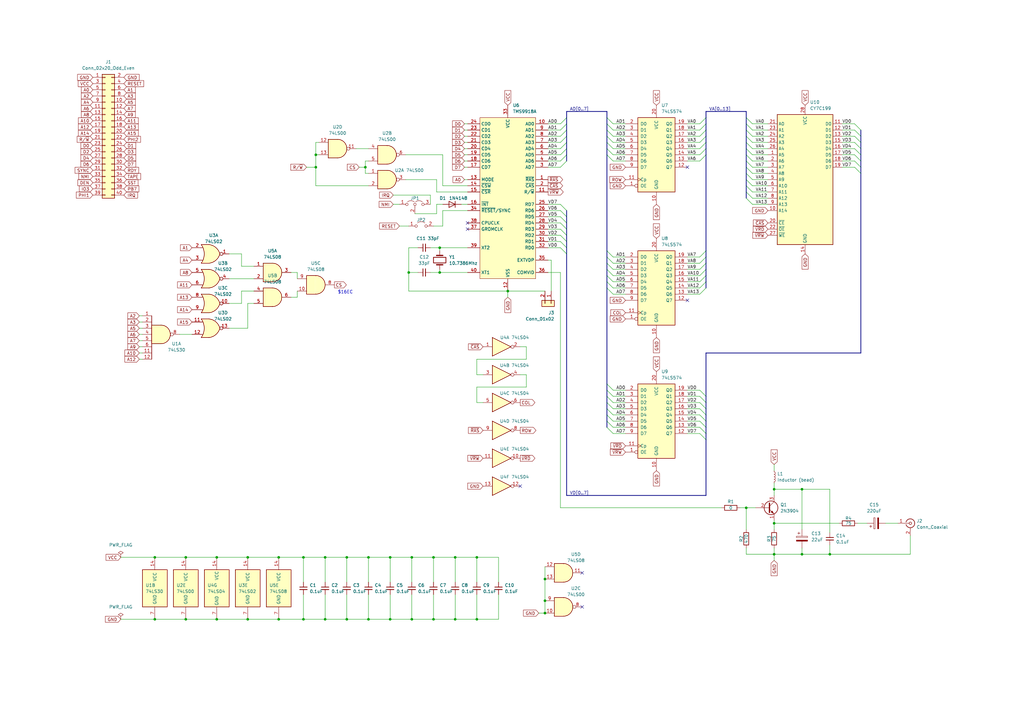
<source format=kicad_sch>
(kicad_sch (version 20211123) (generator eeschema)
  (paper "A3")
  (title_block (title "PAL-1 Colour Graphics Card") (date "Oct 2022") (rev "1.0A") (company "Plastic Objects Limited"))
  (junction (at 142.24 228.6))
  (junction (at 340.36 227.33))
  (junction (at 223.52 251.46))
  (junction (at 328.93 227.33))
  (junction (at 186.69 228.6))
  (junction (at 167.64 111.76))
  (junction (at 133.35 228.6))
  (junction (at 114.3 228.6))
  (junction (at 151.13 254))
  (junction (at 76.2 228.6))
  (junction (at 151.13 228.6))
  (junction (at 129.54 63.5))
  (junction (at 317.5 227.33))
  (junction (at 124.46 228.6))
  (junction (at 168.91 254))
  (junction (at 328.93 200.66))
  (junction (at 180.34 101.6))
  (junction (at 63.5 254))
  (junction (at 129.54 68.58))
  (junction (at 149.86 68.58))
  (junction (at 76.2 254))
  (junction (at 195.58 228.6))
  (junction (at 160.02 228.6))
  (junction (at 160.02 254))
  (junction (at 186.69 254))
  (junction (at 133.35 254))
  (junction (at 88.9 254))
  (junction (at 114.3 254))
  (junction (at 317.5 214.63))
  (junction (at 223.52 237.49))
  (junction (at 195.58 254))
  (junction (at 223.52 246.38))
  (junction (at 124.46 254))
  (junction (at 306.07 208.28))
  (junction (at 101.6 228.6))
  (junction (at 177.8 254))
  (junction (at 208.28 119.38))
  (junction (at 101.6 254))
  (junction (at 142.24 254))
  (junction (at 63.5 228.6))
  (junction (at 168.91 228.6))
  (junction (at 180.34 111.76))
  (junction (at 88.9 228.6))
  (junction (at 317.5 200.66))
  (junction (at 177.8 228.6))
  (no_connect (at 238.76 234.95))
  (no_connect (at 281.94 68.58))
  (no_connect (at 213.36 199.39))
  (no_connect (at 281.94 123.19))
  (no_connect (at 238.76 248.92))
  (no_connect (at 191.77 91.44))
  (no_connect (at 191.77 93.98))
  (bus_entry (at 248.92 170.18) (size 2.54 2.54))
  (bus_entry (at 229.87 93.98) (size 2.54 2.54))
  (bus_entry (at 248.92 48.26) (size 2.54 2.54))
  (bus_entry (at 306.07 81.28) (size 2.54 2.54))
  (bus_entry (at 251.46 118.11) (size -2.54 -2.54))
  (bus_entry (at 306.07 66.04) (size 2.54 2.54))
  (bus_entry (at 350.52 63.5) (size 2.54 2.54))
  (bus_entry (at 229.87 88.9) (size 2.54 2.54))
  (bus_entry (at 287.02 162.56) (size 2.54 2.54))
  (bus_entry (at 306.07 76.2) (size 2.54 2.54))
  (bus_entry (at 248.92 50.8) (size 2.54 2.54))
  (bus_entry (at 248.92 157.48) (size 2.54 2.54))
  (bus_entry (at 248.92 160.02) (size 2.54 2.54))
  (bus_entry (at 306.07 48.26) (size 2.54 2.54))
  (bus_entry (at 306.07 50.8) (size 2.54 2.54))
  (bus_entry (at 248.92 60.96) (size 2.54 2.54))
  (bus_entry (at 229.87 86.36) (size 2.54 2.54))
  (bus_entry (at 251.46 115.57) (size -2.54 -2.54))
  (bus_entry (at 251.46 105.41) (size -2.54 -2.54))
  (bus_entry (at 350.52 55.88) (size 2.54 2.54))
  (bus_entry (at 306.07 60.96) (size 2.54 2.54))
  (bus_entry (at 229.87 53.34) (size 2.54 -2.54))
  (bus_entry (at 287.02 63.5) (size 2.54 -2.54))
  (bus_entry (at 229.87 55.88) (size 2.54 -2.54))
  (bus_entry (at 229.87 96.52) (size 2.54 2.54))
  (bus_entry (at 251.46 113.03) (size -2.54 -2.54))
  (bus_entry (at 229.87 58.42) (size 2.54 -2.54))
  (bus_entry (at 248.92 58.42) (size 2.54 2.54))
  (bus_entry (at 287.02 177.8) (size 2.54 2.54))
  (bus_entry (at 306.07 73.66) (size 2.54 2.54))
  (bus_entry (at 287.02 60.96) (size 2.54 -2.54))
  (bus_entry (at 306.07 55.88) (size 2.54 2.54))
  (bus_entry (at 306.07 53.34) (size 2.54 2.54))
  (bus_entry (at 350.52 53.34) (size 2.54 2.54))
  (bus_entry (at 306.07 58.42) (size 2.54 2.54))
  (bus_entry (at 248.92 162.56) (size 2.54 2.54))
  (bus_entry (at 350.52 50.8) (size 2.54 2.54))
  (bus_entry (at 229.87 83.82) (size 2.54 2.54))
  (bus_entry (at 287.02 165.1) (size 2.54 2.54))
  (bus_entry (at 350.52 58.42) (size 2.54 2.54))
  (bus_entry (at 248.92 172.72) (size 2.54 2.54))
  (bus_entry (at 287.02 120.65) (size 2.54 -2.54))
  (bus_entry (at 229.87 50.8) (size 2.54 -2.54))
  (bus_entry (at 248.92 55.88) (size 2.54 2.54))
  (bus_entry (at 350.52 68.58) (size 2.54 2.54))
  (bus_entry (at 350.52 66.04) (size 2.54 2.54))
  (bus_entry (at 229.87 63.5) (size 2.54 -2.54))
  (bus_entry (at 306.07 68.58) (size 2.54 2.54))
  (bus_entry (at 287.02 53.34) (size 2.54 -2.54))
  (bus_entry (at 287.02 118.11) (size 2.54 -2.54))
  (bus_entry (at 287.02 107.95) (size 2.54 -2.54))
  (bus_entry (at 287.02 170.18) (size 2.54 2.54))
  (bus_entry (at 229.87 99.06) (size 2.54 2.54))
  (bus_entry (at 287.02 172.72) (size 2.54 2.54))
  (bus_entry (at 287.02 110.49) (size 2.54 -2.54))
  (bus_entry (at 287.02 66.04) (size 2.54 -2.54))
  (bus_entry (at 229.87 101.6) (size 2.54 2.54))
  (bus_entry (at 287.02 105.41) (size 2.54 -2.54))
  (bus_entry (at 287.02 58.42) (size 2.54 -2.54))
  (bus_entry (at 251.46 110.49) (size -2.54 -2.54))
  (bus_entry (at 248.92 167.64) (size 2.54 2.54))
  (bus_entry (at 287.02 50.8) (size 2.54 -2.54))
  (bus_entry (at 287.02 175.26) (size 2.54 2.54))
  (bus_entry (at 287.02 160.02) (size 2.54 2.54))
  (bus_entry (at 248.92 63.5) (size 2.54 2.54))
  (bus_entry (at 306.07 78.74) (size 2.54 2.54))
  (bus_entry (at 248.92 53.34) (size 2.54 2.54))
  (bus_entry (at 229.87 68.58) (size 2.54 -2.54))
  (bus_entry (at 229.87 91.44) (size 2.54 2.54))
  (bus_entry (at 251.46 107.95) (size -2.54 -2.54))
  (bus_entry (at 251.46 120.65) (size -2.54 -2.54))
  (bus_entry (at 229.87 66.04) (size 2.54 -2.54))
  (bus_entry (at 287.02 167.64) (size 2.54 2.54))
  (bus_entry (at 287.02 113.03) (size 2.54 -2.54))
  (bus_entry (at 229.87 60.96) (size 2.54 -2.54))
  (bus_entry (at 306.07 63.5) (size 2.54 2.54))
  (bus_entry (at 248.92 165.1) (size 2.54 2.54))
  (bus_entry (at 306.07 71.12) (size 2.54 2.54))
  (bus_entry (at 350.52 60.96) (size 2.54 2.54))
  (bus_entry (at 248.92 175.26) (size 2.54 2.54))
  (bus_entry (at 287.02 55.88) (size 2.54 -2.54))
  (bus_entry (at 287.02 115.57) (size 2.54 -2.54))
  (wire (pts (xy 114.3 254) (xy 124.46 254)))
  (wire (pts (xy 168.91 228.6) (xy 177.8 228.6)))
  (wire (pts (xy 167.64 101.6) (xy 167.64 111.76)))
  (bus (pts (xy 248.92 160.02) (xy 248.92 162.56)))
  (wire (pts (xy 340.36 227.33) (xy 373.38 227.33)))
  (bus (pts (xy 306.07 50.8) (xy 306.07 48.26)))
  (wire (pts (xy 224.79 66.04) (xy 229.87 66.04)))
  (bus (pts (xy 232.41 63.5) (xy 232.41 60.96)))
  (wire (pts (xy 160.02 228.6) (xy 168.91 228.6)))
  (wire (pts (xy 308.61 81.28) (xy 314.96 81.28)))
  (bus (pts (xy 248.92 48.26) (xy 248.92 50.8)))
  (wire (pts (xy 104.14 124.46) (xy 101.6 124.46)))
  (bus (pts (xy 306.07 60.96) (xy 306.07 58.42)))
  (wire (pts (xy 281.94 105.41) (xy 287.02 105.41)))
  (wire (pts (xy 328.93 200.66) (xy 328.93 217.17)))
  (bus (pts (xy 232.41 53.34) (xy 232.41 50.8)))
  (wire (pts (xy 142.24 228.6) (xy 151.13 228.6)))
  (wire (pts (xy 224.79 111.76) (xy 229.87 111.76)))
  (wire (pts (xy 195.58 243.84) (xy 195.58 254)))
  (wire (pts (xy 160.02 228.6) (xy 160.02 238.76)))
  (wire (pts (xy 121.92 111.76) (xy 121.92 114.3)))
  (bus (pts (xy 289.56 48.26) (xy 289.56 50.8)))
  (wire (pts (xy 149.86 68.58) (xy 149.86 71.12)))
  (wire (pts (xy 57.15 139.7) (xy 58.42 139.7)))
  (wire (pts (xy 223.52 246.38) (xy 223.52 251.46)))
  (wire (pts (xy 204.47 243.84) (xy 204.47 254)))
  (wire (pts (xy 99.06 119.38) (xy 104.14 119.38)))
  (wire (pts (xy 345.44 60.96) (xy 350.52 60.96)))
  (wire (pts (xy 251.46 66.04) (xy 256.54 66.04)))
  (bus (pts (xy 289.56 58.42) (xy 289.56 60.96)))
  (wire (pts (xy 213.36 142.24) (xy 215.9 142.24)))
  (bus (pts (xy 248.92 170.18) (xy 248.92 172.72)))
  (bus (pts (xy 306.07 68.58) (xy 306.07 66.04)))
  (wire (pts (xy 281.94 167.64) (xy 287.02 167.64)))
  (wire (pts (xy 176.53 83.82) (xy 176.53 80.01)))
  (bus (pts (xy 248.92 45.72) (xy 248.92 48.26)))
  (wire (pts (xy 195.58 254) (xy 204.47 254)))
  (wire (pts (xy 181.61 63.5) (xy 166.37 63.5)))
  (wire (pts (xy 229.87 111.76) (xy 229.87 208.28)))
  (bus (pts (xy 289.56 53.34) (xy 289.56 55.88)))
  (wire (pts (xy 180.34 111.76) (xy 191.77 111.76)))
  (wire (pts (xy 191.77 86.36) (xy 181.61 86.36)))
  (bus (pts (xy 353.06 63.5) (xy 353.06 66.04)))
  (bus (pts (xy 248.92 50.8) (xy 248.92 53.34)))
  (bus (pts (xy 289.56 167.64) (xy 289.56 170.18)))
  (bus (pts (xy 289.56 170.18) (xy 289.56 172.72)))
  (bus (pts (xy 289.56 172.72) (xy 289.56 175.26)))
  (wire (pts (xy 176.53 101.6) (xy 180.34 101.6)))
  (wire (pts (xy 190.5 63.5) (xy 191.77 63.5)))
  (wire (pts (xy 215.9 153.67) (xy 215.9 158.75)))
  (wire (pts (xy 345.44 53.34) (xy 350.52 53.34)))
  (wire (pts (xy 167.64 111.76) (xy 167.64 119.38)))
  (bus (pts (xy 289.56 165.1) (xy 289.56 167.64)))
  (bus (pts (xy 289.56 162.56) (xy 289.56 165.1)))
  (wire (pts (xy 281.94 55.88) (xy 287.02 55.88)))
  (wire (pts (xy 251.46 63.5) (xy 256.54 63.5)))
  (wire (pts (xy 281.94 63.5) (xy 287.02 63.5)))
  (bus (pts (xy 289.56 50.8) (xy 289.56 53.34)))
  (wire (pts (xy 181.61 92.71) (xy 177.8 92.71)))
  (wire (pts (xy 190.5 73.66) (xy 191.77 73.66)))
  (wire (pts (xy 57.15 142.24) (xy 58.42 142.24)))
  (bus (pts (xy 248.92 53.34) (xy 248.92 55.88)))
  (wire (pts (xy 281.94 162.56) (xy 287.02 162.56)))
  (wire (pts (xy 317.5 227.33) (xy 317.5 229.87)))
  (wire (pts (xy 167.64 119.38) (xy 208.28 119.38)))
  (wire (pts (xy 129.54 63.5) (xy 129.54 68.58)))
  (wire (pts (xy 251.46 162.56) (xy 256.54 162.56)))
  (wire (pts (xy 224.79 55.88) (xy 229.87 55.88)))
  (bus (pts (xy 232.41 60.96) (xy 232.41 58.42)))
  (wire (pts (xy 317.5 214.63) (xy 344.17 214.63)))
  (bus (pts (xy 306.07 48.26) (xy 306.07 45.72)))
  (wire (pts (xy 281.94 177.8) (xy 287.02 177.8)))
  (wire (pts (xy 121.92 121.92) (xy 121.92 119.38)))
  (wire (pts (xy 251.46 55.88) (xy 256.54 55.88)))
  (wire (pts (xy 281.94 110.49) (xy 287.02 110.49)))
  (wire (pts (xy 328.93 200.66) (xy 340.36 200.66)))
  (wire (pts (xy 151.13 254) (xy 160.02 254)))
  (bus (pts (xy 248.92 105.41) (xy 248.92 107.95)))
  (wire (pts (xy 179.07 83.82) (xy 179.07 87.63)))
  (wire (pts (xy 215.9 147.32) (xy 195.58 147.32)))
  (wire (pts (xy 99.06 104.14) (xy 99.06 109.22)))
  (wire (pts (xy 151.13 243.84) (xy 151.13 254)))
  (bus (pts (xy 353.06 68.58) (xy 353.06 71.12)))
  (bus (pts (xy 248.92 115.57) (xy 248.92 118.11)))
  (wire (pts (xy 177.8 238.76) (xy 177.8 228.6)))
  (wire (pts (xy 306.07 227.33) (xy 317.5 227.33)))
  (bus (pts (xy 232.41 45.72) (xy 248.92 45.72)))
  (wire (pts (xy 251.46 118.11) (xy 256.54 118.11)))
  (wire (pts (xy 340.36 227.33) (xy 340.36 223.52)))
  (wire (pts (xy 186.69 254) (xy 195.58 254)))
  (wire (pts (xy 99.06 109.22) (xy 104.14 109.22)))
  (bus (pts (xy 248.92 165.1) (xy 248.92 167.64)))
  (wire (pts (xy 168.91 243.84) (xy 168.91 254)))
  (wire (pts (xy 119.38 111.76) (xy 121.92 111.76)))
  (bus (pts (xy 232.41 96.52) (xy 232.41 99.06)))
  (wire (pts (xy 363.22 214.63) (xy 368.3 214.63)))
  (wire (pts (xy 281.94 175.26) (xy 287.02 175.26)))
  (bus (pts (xy 248.92 162.56) (xy 248.92 165.1)))
  (wire (pts (xy 73.66 137.16) (xy 78.74 137.16)))
  (wire (pts (xy 308.61 60.96) (xy 314.96 60.96)))
  (bus (pts (xy 232.41 91.44) (xy 232.41 93.98)))
  (bus (pts (xy 306.07 45.72) (xy 289.56 45.72)))
  (wire (pts (xy 224.79 93.98) (xy 229.87 93.98)))
  (wire (pts (xy 146.05 60.96) (xy 151.13 60.96)))
  (wire (pts (xy 181.61 76.2) (xy 181.61 63.5)))
  (wire (pts (xy 57.15 134.62) (xy 58.42 134.62)))
  (bus (pts (xy 248.92 107.95) (xy 248.92 110.49)))
  (wire (pts (xy 224.79 53.34) (xy 229.87 53.34)))
  (wire (pts (xy 251.46 113.03) (xy 256.54 113.03)))
  (bus (pts (xy 232.41 99.06) (xy 232.41 101.6)))
  (bus (pts (xy 289.56 177.8) (xy 289.56 180.34)))
  (bus (pts (xy 306.07 53.34) (xy 306.07 50.8)))
  (wire (pts (xy 177.8 228.6) (xy 186.69 228.6)))
  (bus (pts (xy 289.56 113.03) (xy 289.56 115.57)))
  (wire (pts (xy 179.07 73.66) (xy 179.07 78.74)))
  (wire (pts (xy 129.54 58.42) (xy 130.81 58.42)))
  (wire (pts (xy 308.61 68.58) (xy 314.96 68.58)))
  (wire (pts (xy 166.37 73.66) (xy 179.07 73.66)))
  (bus (pts (xy 353.06 55.88) (xy 353.06 58.42)))
  (wire (pts (xy 180.34 101.6) (xy 191.77 101.6)))
  (wire (pts (xy 251.46 165.1) (xy 256.54 165.1)))
  (bus (pts (xy 289.56 115.57) (xy 289.56 118.11)))
  (wire (pts (xy 88.9 228.6) (xy 101.6 228.6)))
  (wire (pts (xy 160.02 243.84) (xy 160.02 254)))
  (wire (pts (xy 163.83 92.71) (xy 167.64 92.71)))
  (wire (pts (xy 177.8 254) (xy 186.69 254)))
  (wire (pts (xy 180.34 102.87) (xy 180.34 101.6)))
  (wire (pts (xy 101.6 254) (xy 88.9 254)))
  (wire (pts (xy 142.24 243.84) (xy 142.24 254)))
  (wire (pts (xy 190.5 53.34) (xy 191.77 53.34)))
  (wire (pts (xy 308.61 63.5) (xy 314.96 63.5)))
  (wire (pts (xy 186.69 243.84) (xy 186.69 254)))
  (bus (pts (xy 353.06 53.34) (xy 353.06 55.88)))
  (wire (pts (xy 88.9 254) (xy 76.2 254)))
  (wire (pts (xy 171.45 101.6) (xy 167.64 101.6)))
  (wire (pts (xy 308.61 71.12) (xy 314.96 71.12)))
  (wire (pts (xy 281.94 118.11) (xy 287.02 118.11)))
  (wire (pts (xy 161.29 83.82) (xy 163.83 83.82)))
  (wire (pts (xy 308.61 78.74) (xy 314.96 78.74)))
  (wire (pts (xy 189.23 83.82) (xy 191.77 83.82)))
  (bus (pts (xy 353.06 71.12) (xy 353.06 144.78)))
  (wire (pts (xy 223.52 232.41) (xy 223.52 237.49)))
  (wire (pts (xy 281.94 170.18) (xy 287.02 170.18)))
  (bus (pts (xy 232.41 55.88) (xy 232.41 53.34)))
  (wire (pts (xy 373.38 227.33) (xy 373.38 219.71)))
  (bus (pts (xy 232.41 88.9) (xy 232.41 91.44)))
  (wire (pts (xy 281.94 120.65) (xy 287.02 120.65)))
  (wire (pts (xy 251.46 160.02) (xy 256.54 160.02)))
  (wire (pts (xy 215.9 142.24) (xy 215.9 147.32)))
  (wire (pts (xy 99.06 104.14) (xy 93.98 104.14)))
  (wire (pts (xy 170.18 87.63) (xy 179.07 87.63)))
  (wire (pts (xy 251.46 105.41) (xy 256.54 105.41)))
  (wire (pts (xy 160.02 254) (xy 168.91 254)))
  (wire (pts (xy 195.58 165.1) (xy 198.12 165.1)))
  (wire (pts (xy 151.13 66.04) (xy 149.86 66.04)))
  (wire (pts (xy 57.15 132.08) (xy 58.42 132.08)))
  (wire (pts (xy 251.46 58.42) (xy 256.54 58.42)))
  (wire (pts (xy 181.61 86.36) (xy 181.61 92.71)))
  (wire (pts (xy 281.94 107.95) (xy 287.02 107.95)))
  (wire (pts (xy 224.79 91.44) (xy 229.87 91.44)))
  (wire (pts (xy 181.61 76.2) (xy 191.77 76.2)))
  (bus (pts (xy 289.56 175.26) (xy 289.56 177.8)))
  (wire (pts (xy 345.44 63.5) (xy 350.52 63.5)))
  (wire (pts (xy 223.52 237.49) (xy 223.52 246.38)))
  (wire (pts (xy 124.46 254) (xy 133.35 254)))
  (wire (pts (xy 180.34 111.76) (xy 180.34 110.49)))
  (wire (pts (xy 306.07 224.79) (xy 306.07 227.33)))
  (bus (pts (xy 289.56 105.41) (xy 289.56 107.95)))
  (wire (pts (xy 281.94 172.72) (xy 287.02 172.72)))
  (wire (pts (xy 251.46 115.57) (xy 256.54 115.57)))
  (wire (pts (xy 195.58 238.76) (xy 195.58 228.6)))
  (bus (pts (xy 289.56 110.49) (xy 289.56 113.03)))
  (wire (pts (xy 306.07 217.17) (xy 306.07 208.28)))
  (wire (pts (xy 251.46 172.72) (xy 256.54 172.72)))
  (bus (pts (xy 248.92 172.72) (xy 248.92 175.26)))
  (wire (pts (xy 195.58 153.67) (xy 198.12 153.67)))
  (wire (pts (xy 93.98 124.46) (xy 99.06 124.46)))
  (wire (pts (xy 308.61 55.88) (xy 314.96 55.88)))
  (bus (pts (xy 289.56 203.2) (xy 232.41 203.2)))
  (wire (pts (xy 99.06 124.46) (xy 99.06 119.38)))
  (wire (pts (xy 208.28 121.92) (xy 208.28 119.38)))
  (bus (pts (xy 306.07 58.42) (xy 306.07 55.88)))
  (wire (pts (xy 57.15 147.32) (xy 58.42 147.32)))
  (bus (pts (xy 306.07 76.2) (xy 306.07 73.66)))
  (bus (pts (xy 248.92 167.64) (xy 248.92 170.18)))
  (wire (pts (xy 224.79 60.96) (xy 229.87 60.96)))
  (wire (pts (xy 168.91 254) (xy 177.8 254)))
  (wire (pts (xy 147.32 68.58) (xy 149.86 68.58)))
  (wire (pts (xy 317.5 200.66) (xy 328.93 200.66)))
  (wire (pts (xy 93.98 114.3) (xy 104.14 114.3)))
  (wire (pts (xy 224.79 106.68) (xy 226.06 106.68)))
  (wire (pts (xy 317.5 227.33) (xy 328.93 227.33)))
  (wire (pts (xy 57.15 144.78) (xy 58.42 144.78)))
  (wire (pts (xy 168.91 228.6) (xy 168.91 238.76)))
  (wire (pts (xy 124.46 228.6) (xy 133.35 228.6)))
  (bus (pts (xy 289.56 144.78) (xy 353.06 144.78)))
  (bus (pts (xy 306.07 55.88) (xy 306.07 53.34)))
  (wire (pts (xy 101.6 124.46) (xy 101.6 134.62)))
  (bus (pts (xy 306.07 73.66) (xy 306.07 71.12)))
  (wire (pts (xy 133.35 254) (xy 142.24 254)))
  (wire (pts (xy 101.6 228.6) (xy 114.3 228.6)))
  (wire (pts (xy 101.6 254) (xy 114.3 254)))
  (wire (pts (xy 303.53 208.28) (xy 306.07 208.28)))
  (wire (pts (xy 317.5 227.33) (xy 317.5 224.79)))
  (wire (pts (xy 328.93 224.79) (xy 328.93 227.33)))
  (wire (pts (xy 251.46 110.49) (xy 256.54 110.49)))
  (wire (pts (xy 93.98 134.62) (xy 101.6 134.62)))
  (wire (pts (xy 224.79 68.58) (xy 229.87 68.58)))
  (bus (pts (xy 232.41 86.36) (xy 232.41 88.9)))
  (bus (pts (xy 232.41 58.42) (xy 232.41 55.88)))
  (bus (pts (xy 289.56 144.78) (xy 289.56 162.56)))
  (bus (pts (xy 289.56 45.72) (xy 289.56 48.26)))
  (wire (pts (xy 224.79 96.52) (xy 229.87 96.52)))
  (wire (pts (xy 129.54 58.42) (xy 129.54 63.5)))
  (wire (pts (xy 351.79 214.63) (xy 355.6 214.63)))
  (wire (pts (xy 76.2 254) (xy 63.5 254)))
  (bus (pts (xy 248.92 63.5) (xy 248.92 102.87)))
  (wire (pts (xy 186.69 228.6) (xy 186.69 238.76)))
  (bus (pts (xy 248.92 60.96) (xy 248.92 63.5)))
  (wire (pts (xy 149.86 66.04) (xy 149.86 68.58)))
  (bus (pts (xy 248.92 58.42) (xy 248.92 60.96)))
  (wire (pts (xy 179.07 78.74) (xy 191.77 78.74)))
  (wire (pts (xy 151.13 238.76) (xy 151.13 228.6)))
  (bus (pts (xy 353.06 60.96) (xy 353.06 63.5)))
  (wire (pts (xy 224.79 88.9) (xy 229.87 88.9)))
  (wire (pts (xy 208.28 119.38) (xy 223.52 119.38)))
  (wire (pts (xy 345.44 55.88) (xy 350.52 55.88)))
  (wire (pts (xy 281.94 58.42) (xy 287.02 58.42)))
  (wire (pts (xy 308.61 50.8) (xy 314.96 50.8)))
  (wire (pts (xy 190.5 66.04) (xy 191.77 66.04)))
  (wire (pts (xy 308.61 83.82) (xy 314.96 83.82)))
  (wire (pts (xy 317.5 198.12) (xy 317.5 200.66)))
  (wire (pts (xy 176.53 111.76) (xy 180.34 111.76)))
  (wire (pts (xy 317.5 214.63) (xy 317.5 217.17)))
  (wire (pts (xy 317.5 200.66) (xy 317.5 203.2)))
  (wire (pts (xy 317.5 213.36) (xy 317.5 214.63)))
  (wire (pts (xy 195.58 158.75) (xy 195.58 165.1)))
  (wire (pts (xy 125.73 68.58) (xy 129.54 68.58)))
  (bus (pts (xy 232.41 101.6) (xy 232.41 104.14)))
  (bus (pts (xy 289.56 102.87) (xy 289.56 105.41)))
  (wire (pts (xy 130.81 63.5) (xy 129.54 63.5)))
  (wire (pts (xy 190.5 50.8) (xy 191.77 50.8)))
  (wire (pts (xy 149.86 71.12) (xy 151.13 71.12)))
  (bus (pts (xy 289.56 63.5) (xy 289.56 102.87)))
  (wire (pts (xy 57.15 129.54) (xy 58.42 129.54)))
  (bus (pts (xy 232.41 93.98) (xy 232.41 96.52)))
  (bus (pts (xy 353.06 66.04) (xy 353.06 68.58)))
  (bus (pts (xy 248.92 113.03) (xy 248.92 115.57)))
  (wire (pts (xy 229.87 208.28) (xy 295.91 208.28)))
  (wire (pts (xy 251.46 107.95) (xy 256.54 107.95)))
  (wire (pts (xy 226.06 106.68) (xy 226.06 119.38)))
  (bus (pts (xy 289.56 55.88) (xy 289.56 58.42)))
  (wire (pts (xy 76.2 228.6) (xy 88.9 228.6)))
  (wire (pts (xy 251.46 177.8) (xy 256.54 177.8)))
  (wire (pts (xy 340.36 200.66) (xy 340.36 218.44)))
  (bus (pts (xy 289.56 107.95) (xy 289.56 110.49)))
  (bus (pts (xy 248.92 118.11) (xy 248.92 157.48)))
  (wire (pts (xy 308.61 76.2) (xy 314.96 76.2)))
  (wire (pts (xy 63.5 228.6) (xy 76.2 228.6)))
  (wire (pts (xy 251.46 53.34) (xy 256.54 53.34)))
  (bus (pts (xy 232.41 50.8) (xy 232.41 48.26)))
  (wire (pts (xy 171.45 111.76) (xy 167.64 111.76)))
  (wire (pts (xy 142.24 254) (xy 151.13 254)))
  (wire (pts (xy 133.35 228.6) (xy 142.24 228.6)))
  (wire (pts (xy 181.61 83.82) (xy 179.07 83.82)))
  (wire (pts (xy 281.94 53.34) (xy 287.02 53.34)))
  (wire (pts (xy 281.94 165.1) (xy 287.02 165.1)))
  (wire (pts (xy 328.93 227.33) (xy 340.36 227.33)))
  (wire (pts (xy 224.79 101.6) (xy 229.87 101.6)))
  (wire (pts (xy 224.79 99.06) (xy 229.87 99.06)))
  (bus (pts (xy 232.41 104.14) (xy 232.41 203.2)))
  (bus (pts (xy 289.56 180.34) (xy 289.56 203.2)))
  (wire (pts (xy 151.13 228.6) (xy 160.02 228.6)))
  (wire (pts (xy 57.15 137.16) (xy 58.42 137.16)))
  (wire (pts (xy 308.61 53.34) (xy 314.96 53.34)))
  (wire (pts (xy 251.46 50.8) (xy 256.54 50.8)))
  (wire (pts (xy 129.54 68.58) (xy 129.54 76.2)))
  (wire (pts (xy 251.46 170.18) (xy 256.54 170.18)))
  (wire (pts (xy 213.36 153.67) (xy 215.9 153.67)))
  (bus (pts (xy 306.07 63.5) (xy 306.07 60.96)))
  (wire (pts (xy 281.94 50.8) (xy 287.02 50.8)))
  (wire (pts (xy 142.24 238.76) (xy 142.24 228.6)))
  (wire (pts (xy 224.79 63.5) (xy 229.87 63.5)))
  (wire (pts (xy 317.5 190.5) (xy 317.5 193.04)))
  (bus (pts (xy 248.92 157.48) (xy 248.92 160.02)))
  (wire (pts (xy 224.79 50.8) (xy 229.87 50.8)))
  (wire (pts (xy 220.98 251.46) (xy 223.52 251.46)))
  (wire (pts (xy 281.94 113.03) (xy 287.02 113.03)))
  (bus (pts (xy 248.92 102.87) (xy 248.92 105.41)))
  (bus (pts (xy 232.41 63.5) (xy 232.41 66.04)))
  (wire (pts (xy 345.44 50.8) (xy 350.52 50.8)))
  (bus (pts (xy 232.41 45.72) (xy 232.41 48.26)))
  (wire (pts (xy 119.38 121.92) (xy 121.92 121.92)))
  (bus (pts (xy 289.56 60.96) (xy 289.56 63.5)))
  (wire (pts (xy 124.46 243.84) (xy 124.46 254)))
  (wire (pts (xy 281.94 115.57) (xy 287.02 115.57)))
  (wire (pts (xy 345.44 68.58) (xy 350.52 68.58)))
  (wire (pts (xy 195.58 228.6) (xy 204.47 228.6)))
  (wire (pts (xy 251.46 167.64) (xy 256.54 167.64)))
  (wire (pts (xy 190.5 68.58) (xy 191.77 68.58)))
  (wire (pts (xy 224.79 83.82) (xy 229.87 83.82)))
  (wire (pts (xy 281.94 160.02) (xy 287.02 160.02)))
  (wire (pts (xy 190.5 60.96) (xy 191.77 60.96)))
  (bus (pts (xy 306.07 66.04) (xy 306.07 63.5)))
  (wire (pts (xy 195.58 147.32) (xy 195.58 153.67)))
  (wire (pts (xy 345.44 58.42) (xy 350.52 58.42)))
  (wire (pts (xy 49.53 254) (xy 63.5 254)))
  (wire (pts (xy 251.46 60.96) (xy 256.54 60.96)))
  (bus (pts (xy 306.07 81.28) (xy 306.07 78.74)))
  (wire (pts (xy 190.5 55.88) (xy 191.77 55.88)))
  (bus (pts (xy 248.92 110.49) (xy 248.92 113.03)))
  (wire (pts (xy 308.61 73.66) (xy 314.96 73.66)))
  (wire (pts (xy 281.94 60.96) (xy 287.02 60.96)))
  (wire (pts (xy 49.53 228.6) (xy 63.5 228.6)))
  (wire (pts (xy 251.46 120.65) (xy 256.54 120.65)))
  (bus (pts (xy 306.07 78.74) (xy 306.07 76.2)))
  (wire (pts (xy 133.35 228.6) (xy 133.35 238.76)))
  (wire (pts (xy 308.61 58.42) (xy 314.96 58.42)))
  (wire (pts (xy 224.79 58.42) (xy 229.87 58.42)))
  (bus (pts (xy 306.07 71.12) (xy 306.07 68.58)))
  (wire (pts (xy 306.07 208.28) (xy 309.88 208.28)))
  (wire (pts (xy 124.46 228.6) (xy 124.46 238.76)))
  (wire (pts (xy 186.69 228.6) (xy 195.58 228.6)))
  (wire (pts (xy 177.8 243.84) (xy 177.8 254)))
  (bus (pts (xy 248.92 55.88) (xy 248.92 58.42)))
  (wire (pts (xy 215.9 158.75) (xy 195.58 158.75)))
  (wire (pts (xy 129.54 76.2) (xy 151.13 76.2)))
  (wire (pts (xy 224.79 86.36) (xy 229.87 86.36)))
  (wire (pts (xy 190.5 58.42) (xy 191.77 58.42)))
  (wire (pts (xy 308.61 66.04) (xy 314.96 66.04)))
  (wire (pts (xy 251.46 175.26) (xy 256.54 175.26)))
  (wire (pts (xy 204.47 228.6) (xy 204.47 238.76)))
  (wire (pts (xy 281.94 66.04) (xy 287.02 66.04)))
  (wire (pts (xy 133.35 243.84) (xy 133.35 254)))
  (wire (pts (xy 345.44 66.04) (xy 350.52 66.04)))
  (wire (pts (xy 114.3 228.6) (xy 124.46 228.6)))
  (bus (pts (xy 353.06 58.42) (xy 353.06 60.96)))
  (wire (pts (xy 161.29 80.01) (xy 176.53 80.01)))
  (text "$16EC\n" (at 144.78 120.65 180) (effects (font (size 1.27 1.27)) (justify right bottom)))
  (label "VD5" (at 345.44 63.5 0))
  (label "AD2" (at 252.73 53.34 0))
  (label "VA1" (at 309.88 53.34 0))
  (label "AD5" (at 224.79 63.5 0))
  (label "VA3" (at 309.88 58.42 0))
  (label "AD1" (at 224.79 53.34 0))
  (label "VD0" (at 224.79 101.6 0))
  (label "VD0" (at 281.94 160.02 0))
  (label "VD2" (at 224.79 96.52 0))
  (label "AD3" (at 252.73 55.88 0))
  (label "AD2" (at 252.73 165.1 0))
  (label "VA10" (at 309.88 76.2 0))
  (label "VA9" (at 281.94 110.49 0))
  (label "VA6" (at 309.88 66.04 0))
  (label "AD6" (at 224.79 66.04 0))
  (label "VA[0..13]" (at 290.83 45.72 0))
  (label "VD2" (at 281.94 165.1 0))
  (label "VA3" (at 281.94 58.42 0))
  (label "AD3" (at 252.73 167.64 0))
  (label "AD6" (at 252.73 63.5 0))
  (label "VA13" (at 309.88 83.82 0))
  (label "VD5" (at 224.79 88.9 0))
  (label "VD5" (at 281.94 172.72 0))
  (label "VD6" (at 281.94 175.26 0))
  (label "AD2" (at 224.79 55.88 0))
  (label "VA9" (at 309.88 73.66 0))
  (label "AD6" (at 252.73 118.11 0))
  (label "AD2" (at 252.73 107.95 0))
  (label "VD4" (at 224.79 91.44 0))
  (label "VA11" (at 281.94 115.57 0))
  (label "AD4" (at 252.73 170.18 0))
  (label "VD1" (at 281.94 162.56 0))
  (label "VA8" (at 309.88 71.12 0))
  (label "AD7" (at 224.79 68.58 0))
  (label "VA2" (at 309.88 55.88 0))
  (label "VA0" (at 309.88 50.8 0))
  (label "VD[0..7]" (at 233.68 203.2 0))
  (label "VA5" (at 309.88 63.5 0))
  (label "VD3" (at 281.94 167.64 0))
  (label "AD6" (at 252.73 175.26 0))
  (label "VD7" (at 345.44 68.58 0))
  (label "VD3" (at 345.44 58.42 0))
  (label "AD0" (at 252.73 160.02 0))
  (label "AD1" (at 252.73 105.41 0))
  (label "AD3" (at 224.79 58.42 0))
  (label "VD6" (at 224.79 86.36 0))
  (label "VD7" (at 281.94 177.8 0))
  (label "VA7" (at 309.88 68.58 0))
  (label "AD5" (at 252.73 172.72 0))
  (label "AD7" (at 252.73 66.04 0))
  (label "VA8" (at 281.94 107.95 0))
  (label "AD5" (at 252.73 115.57 0))
  (label "AD3" (at 252.73 110.49 0))
  (label "VD4" (at 345.44 60.96 0))
  (label "VA2" (at 281.94 55.88 0))
  (label "VA12" (at 281.94 118.11 0))
  (label "AD0" (at 224.79 50.8 0))
  (label "VA5" (at 281.94 63.5 0))
  (label "AD4" (at 252.73 113.03 0))
  (label "AD[0..7]" (at 233.68 45.72 0))
  (label "VA6" (at 281.94 66.04 0))
  (label "VA13" (at 281.94 120.65 0))
  (label "AD1" (at 252.73 50.8 0))
  (label "VA4" (at 281.94 60.96 0))
  (label "VA10" (at 281.94 113.03 0))
  (label "VA1" (at 281.94 53.34 0))
  (label "VA7" (at 281.94 105.41 0))
  (label "AD1" (at 252.73 162.56 0))
  (label "AD4" (at 224.79 60.96 0))
  (label "VD6" (at 345.44 66.04 0))
  (label "VA4" (at 309.88 60.96 0))
  (label "VD2" (at 345.44 55.88 0))
  (label "VD7" (at 224.79 83.82 0))
  (label "VD4" (at 281.94 170.18 0))
  (label "VA0" (at 281.94 50.8 0))
  (label "AD7" (at 252.73 177.8 0))
  (label "VD1" (at 224.79 99.06 0))
  (label "VD3" (at 224.79 93.98 0))
  (label "AD4" (at 252.73 58.42 0))
  (label "VA11" (at 309.88 78.74 0))
  (label "VD0" (at 345.44 50.8 0))
  (label "VD1" (at 345.44 53.34 0))
  (label "AD7" (at 252.73 120.65 0))
  (label "AD5" (at 252.73 60.96 0))
  (label "VA12" (at 309.88 81.28 0))
  (global_label "D1" (shape input) (at 50.8 59.69 0) (property "Intersheet References" "${INTERSHEET_REFS}" (effects hide)))
  (global_label "GND" (shape input) (at 220.98 251.46 180) (property "Intersheet References" "${INTERSHEET_REFS}" (effects hide)))
  (global_label "VCC" (shape input) (at 208.28 43.18 90) (property "Intersheet References" "${INTERSHEET_REFS}" (effects hide)))
  (global_label "A12" (shape input) (at 57.15 147.32 180) (property "Intersheet References" "${INTERSHEET_REFS}" (effects hide)))
  (global_label "A10" (shape input) (at 38.1 49.53 180) (property "Intersheet References" "${INTERSHEET_REFS}" (effects hide)))
  (global_label "COL" (shape input) (at 256.54 128.27 180) (property "Intersheet References" "${INTERSHEET_REFS}" (effects hide)))
  (global_label "VCC" (shape input) (at 269.24 43.18 90) (property "Intersheet References" "${INTERSHEET_REFS}" (effects hide)))
  (global_label "A9" (shape input) (at 57.15 142.24 180) (property "Intersheet References" "${INTERSHEET_REFS}" (effects hide)))
  (global_label "PHI2" (shape input) (at 50.8 57.15 0) (property "Intersheet References" "${INTERSHEET_REFS}" (effects hide)))
  (global_label "D6" (shape input) (at 190.5 66.04 180) (property "Intersheet References" "${INTERSHEET_REFS}" (effects hide)))
  (global_label "~{RAS}" (shape input) (at 198.12 176.53 180) (property "Intersheet References" "${INTERSHEET_REFS}" (effects hide)))
  (global_label "VCC" (shape input) (at 269.24 97.79 90) (property "Intersheet References" "${INTERSHEET_REFS}" (effects hide)))
  (global_label "RESET" (shape input) (at 163.83 92.71 180) (property "Intersheet References" "${INTERSHEET_REFS}" (effects hide)))
  (global_label "A1" (shape input) (at 50.8 36.83 0) (property "Intersheet References" "${INTERSHEET_REFS}" (effects hide)))
  (global_label "A15" (shape input) (at 50.8 54.61 0) (property "Intersheet References" "${INTERSHEET_REFS}" (effects hide)))
  (global_label "A14" (shape input) (at 38.1 54.61 180) (property "Intersheet References" "${INTERSHEET_REFS}" (effects hide)))
  (global_label "NMI" (shape input) (at 38.1 72.39 180) (property "Intersheet References" "${INTERSHEET_REFS}" (effects hide)))
  (global_label "GND" (shape input) (at 198.12 199.39 180) (property "Intersheet References" "${INTERSHEET_REFS}" (effects hide)))
  (global_label "A0" (shape input) (at 38.1 36.83 180) (property "Intersheet References" "${INTERSHEET_REFS}" (effects hide)))
  (global_label "A15" (shape input) (at 78.74 132.08 180) (property "Intersheet References" "${INTERSHEET_REFS}" (effects hide)))
  (global_label "~{VRW}" (shape input) (at 314.96 96.52 180) (property "Intersheet References" "${INTERSHEET_REFS}" (effects hide)))
  (global_label "D3" (shape input) (at 190.5 58.42 180) (property "Intersheet References" "${INTERSHEET_REFS}" (effects hide)))
  (global_label "GND" (shape input) (at 269.24 83.82 270) (property "Intersheet References" "${INTERSHEET_REFS}" (effects hide)))
  (global_label "D5" (shape input) (at 190.5 63.5 180) (property "Intersheet References" "${INTERSHEET_REFS}" (effects hide)))
  (global_label "GND" (shape input) (at 50.8 31.75 0) (property "Intersheet References" "${INTERSHEET_REFS}" (effects hide)))
  (global_label "GND" (shape input) (at 314.96 86.36 180) (property "Intersheet References" "${INTERSHEET_REFS}" (effects hide)))
  (global_label "A5" (shape input) (at 57.15 134.62 180) (property "Intersheet References" "${INTERSHEET_REFS}" (effects hide)))
  (global_label "D2" (shape input) (at 190.5 55.88 180) (property "Intersheet References" "${INTERSHEET_REFS}" (effects hide)))
  (global_label "ROW" (shape input) (at 256.54 73.66 180) (property "Intersheet References" "${INTERSHEET_REFS}" (effects hide)))
  (global_label "A3" (shape input) (at 57.15 132.08 180) (property "Intersheet References" "${INTERSHEET_REFS}" (effects hide)))
  (global_label "~{CAS}" (shape output) (at 224.79 76.2 0) (property "Intersheet References" "${INTERSHEET_REFS}" (effects hide)))
  (global_label "D4" (shape input) (at 190.5 60.96 180) (property "Intersheet References" "${INTERSHEET_REFS}" (effects hide)))
  (global_label "D1" (shape input) (at 190.5 53.34 180) (property "Intersheet References" "${INTERSHEET_REFS}" (effects hide)))
  (global_label "GND" (shape input) (at 38.1 31.75 180) (property "Intersheet References" "${INTERSHEET_REFS}" (effects hide)))
  (global_label "~{VRD}" (shape output) (at 213.36 187.96 0) (property "Intersheet References" "${INTERSHEET_REFS}" (effects hide)))
  (global_label "D2" (shape input) (at 38.1 62.23 180) (property "Intersheet References" "${INTERSHEET_REFS}" (effects hide)))
  (global_label "A4" (shape input) (at 38.1 41.91 180) (property "Intersheet References" "${INTERSHEET_REFS}" (effects hide)))
  (global_label "GND" (shape input) (at 256.54 123.19 180) (property "Intersheet References" "${INTERSHEET_REFS}" (effects hide)))
  (global_label "D5" (shape input) (at 50.8 64.77 0) (property "Intersheet References" "${INTERSHEET_REFS}" (effects hide)))
  (global_label "~{VRW}" (shape input) (at 198.12 187.96 180) (property "Intersheet References" "${INTERSHEET_REFS}" (effects hide)))
  (global_label "~{VRD}" (shape input) (at 256.54 182.88 180) (property "Intersheet References" "${INTERSHEET_REFS}" (effects hide)))
  (global_label "A8" (shape input) (at 38.1 46.99 180) (property "Intersheet References" "${INTERSHEET_REFS}" (effects hide)))
  (global_label "~{CAS}" (shape input) (at 314.96 91.44 180) (property "Intersheet References" "${INTERSHEET_REFS}" (effects hide)))
  (global_label "RDY" (shape input) (at 50.8 69.85 0) (property "Intersheet References" "${INTERSHEET_REFS}" (effects hide)))
  (global_label "A13" (shape input) (at 50.8 52.07 0) (property "Intersheet References" "${INTERSHEET_REFS}" (effects hide)))
  (global_label "A7" (shape input) (at 50.8 44.45 0) (property "Intersheet References" "${INTERSHEET_REFS}" (effects hide)))
  (global_label "A2" (shape input) (at 57.15 129.54 180) (property "Intersheet References" "${INTERSHEET_REFS}" (effects hide)))
  (global_label "A10" (shape input) (at 57.15 144.78 180) (property "Intersheet References" "${INTERSHEET_REFS}" (effects hide)))
  (global_label "RESET" (shape input) (at 50.8 34.29 0) (property "Intersheet References" "${INTERSHEET_REFS}" (effects hide)))
  (global_label "IRQ" (shape input) (at 50.8 80.01 0) (property "Intersheet References" "${INTERSHEET_REFS}" (effects hide)))
  (global_label "A12" (shape input) (at 38.1 52.07 180) (property "Intersheet References" "${INTERSHEET_REFS}" (effects hide)))
  (global_label "A14" (shape input) (at 78.74 127 180) (property "Intersheet References" "${INTERSHEET_REFS}" (effects hide)))
  (global_label "SYNC" (shape input) (at 38.1 69.85 180) (property "Intersheet References" "${INTERSHEET_REFS}" (effects hide)))
  (global_label "~{VRD}" (shape input) (at 314.96 93.98 180) (property "Intersheet References" "${INTERSHEET_REFS}" (effects hide)))
  (global_label "GND" (shape input) (at 317.5 229.87 270) (property "Intersheet References" "${INTERSHEET_REFS}" (effects hide)))
  (global_label "A6" (shape input) (at 57.15 137.16 180) (property "Intersheet References" "${INTERSHEET_REFS}" (effects hide)))
  (global_label "SST" (shape input) (at 50.8 74.93 0) (property "Intersheet References" "${INTERSHEET_REFS}" (effects hide)))
  (global_label "D4" (shape input) (at 38.1 64.77 180) (property "Intersheet References" "${INTERSHEET_REFS}" (effects hide)))
  (global_label "D7" (shape input) (at 190.5 68.58 180) (property "Intersheet References" "${INTERSHEET_REFS}" (effects hide)))
  (global_label "~{RAS}" (shape output) (at 224.79 73.66 0) (property "Intersheet References" "${INTERSHEET_REFS}" (effects hide)))
  (global_label "GND" (shape input) (at 269.24 138.43 270) (property "Intersheet References" "${INTERSHEET_REFS}" (effects hide)))
  (global_label "A3" (shape input) (at 50.8 39.37 0) (property "Intersheet References" "${INTERSHEET_REFS}" (effects hide)))
  (global_label "TAPE" (shape input) (at 50.8 72.39 0) (property "Intersheet References" "${INTERSHEET_REFS}" (effects hide)))
  (global_label "A0" (shape input) (at 190.5 73.66 180) (property "Intersheet References" "${INTERSHEET_REFS}" (effects hide)))
  (global_label "VCC" (shape input) (at 49.53 228.6 180) (property "Intersheet References" "${INTERSHEET_REFS}" (effects hide)))
  (global_label "A9" (shape input) (at 50.8 46.99 0) (property "Intersheet References" "${INTERSHEET_REFS}" (effects hide)))
  (global_label "PB7" (shape input) (at 50.8 77.47 0) (property "Intersheet References" "${INTERSHEET_REFS}" (effects hide)))
  (global_label "D7" (shape input) (at 50.8 67.31 0) (property "Intersheet References" "${INTERSHEET_REFS}" (effects hide)))
  (global_label "GND" (shape input) (at 256.54 130.81 180) (property "Intersheet References" "${INTERSHEET_REFS}" (effects hide)))
  (global_label "A2" (shape input) (at 38.1 39.37 180) (property "Intersheet References" "${INTERSHEET_REFS}" (effects hide)))
  (global_label "~{VRW}" (shape input) (at 256.54 185.42 180) (property "Intersheet References" "${INTERSHEET_REFS}" (effects hide)))
  (global_label "GND" (shape input) (at 208.28 121.92 270) (property "Intersheet References" "${INTERSHEET_REFS}" (effects hide)))
  (global_label "A11" (shape input) (at 50.8 49.53 0) (property "Intersheet References" "${INTERSHEET_REFS}" (effects hide)))
  (global_label "~{VRW}" (shape output) (at 224.79 78.74 0) (property "Intersheet References" "${INTERSHEET_REFS}" (effects hide)))
  (global_label "A1" (shape input) (at 78.74 101.6 180) (property "Intersheet References" "${INTERSHEET_REFS}" (effects hide)))
  (global_label "VCC" (shape input) (at 330.2 43.18 90) (property "Intersheet References" "${INTERSHEET_REFS}" (effects hide)))
  (global_label "VCC" (shape input) (at 317.5 190.5 90) (property "Intersheet References" "${INTERSHEET_REFS}" (effects hide)))
  (global_label "GND" (shape input) (at 256.54 76.2 180) (property "Intersheet References" "${INTERSHEET_REFS}" (effects hide)))
  (global_label "GND" (shape input) (at 269.24 193.04 270) (property "Intersheet References" "${INTERSHEET_REFS}" (effects hide)))
  (global_label "COL" (shape output) (at 213.36 165.1 0) (property "Intersheet References" "${INTERSHEET_REFS}" (effects hide)))
  (global_label "VCC" (shape input) (at 38.1 34.29 180) (property "Intersheet References" "${INTERSHEET_REFS}" (effects hide)))
  (global_label "GND" (shape input) (at 330.2 104.14 270) (property "Intersheet References" "${INTERSHEET_REFS}" (effects hide)))
  (global_label "R{slash}~{W}" (shape input) (at 38.1 57.15 180) (property "Intersheet References" "${INTERSHEET_REFS}" (effects hide)))
  (global_label "A5" (shape input) (at 50.8 41.91 0) (property "Intersheet References" "${INTERSHEET_REFS}" (effects hide)))
  (global_label "PHI1" (shape input) (at 38.1 80.01 180) (property "Intersheet References" "${INTERSHEET_REFS}" (effects hide)))
  (global_label "DEN" (shape input) (at 38.1 74.93 180) (property "Intersheet References" "${INTERSHEET_REFS}" (effects hide)))
  (global_label "D3" (shape input) (at 50.8 62.23 0) (property "Intersheet References" "${INTERSHEET_REFS}" (effects hide)))
  (global_label "ROW" (shape output) (at 213.36 176.53 0) (property "Intersheet References" "${INTERSHEET_REFS}" (effects hide)))
  (global_label "R{slash}~{W}" (shape input) (at 125.73 68.58 180) (property "Intersheet References" "${INTERSHEET_REFS}" (effects hide)))
  (global_label "CS" (shape output) (at 137.16 116.84 0) (property "Intersheet References" "${INTERSHEET_REFS}" (effects hide)))
  (global_label "VCC" (shape input) (at 269.24 152.4 90) (property "Intersheet References" "${INTERSHEET_REFS}" (effects hide)))
  (global_label "IRQ" (shape input) (at 161.29 80.01 180) (property "Intersheet References" "${INTERSHEET_REFS}" (effects hide)))
  (global_label "GND" (shape input) (at 49.53 254 180) (property "Intersheet References" "${INTERSHEET_REFS}" (effects hide)))
  (global_label "D6" (shape input) (at 38.1 67.31 180) (property "Intersheet References" "${INTERSHEET_REFS}" (effects hide)))
  (global_label "A4" (shape input) (at 78.74 106.68 180) (property "Intersheet References" "${INTERSHEET_REFS}" (effects hide)))
  (global_label "A11" (shape input) (at 78.74 116.84 180) (property "Intersheet References" "${INTERSHEET_REFS}" (effects hide)))
  (global_label "A8" (shape input) (at 78.74 111.76 180) (property "Intersheet References" "${INTERSHEET_REFS}" (effects hide)))
  (global_label "NMI" (shape input) (at 161.29 83.82 180) (property "Intersheet References" "${INTERSHEET_REFS}" (effects hide)))
  (global_label "D0" (shape input) (at 190.5 50.8 180) (property "Intersheet References" "${INTERSHEET_REFS}" (effects hide)))
  (global_label "IO3" (shape input) (at 38.1 77.47 180) (property "Intersheet References" "${INTERSHEET_REFS}" (effects hide)))
  (global_label "D0" (shape input) (at 38.1 59.69 180) (property "Intersheet References" "${INTERSHEET_REFS}" (effects hide)))
  (global_label "GND" (shape input) (at 256.54 68.58 180) (property "Intersheet References" "${INTERSHEET_REFS}" (effects hide)))
  (global_label "A6" (shape input) (at 38.1 44.45 180) (property "Intersheet References" "${INTERSHEET_REFS}" (effects hide)))
  (global_label "~{CAS}" (shape input) (at 198.12 142.24 180) (property "Intersheet References" "${INTERSHEET_REFS}" (effects hide)))
  (global_label "CS" (shape input) (at 147.32 68.58 180) (property "Intersheet References" "${INTERSHEET_REFS}" (effects hide)))
  (global_label "A7" (shape input) (at 57.15 139.7 180) (property "Intersheet References" "${INTERSHEET_REFS}" (effects hide)))
  (global_label "A13" (shape input) (at 78.74 121.92 180) (property "Intersheet References" "${INTERSHEET_REFS}" (effects hide)))
  (symbol (lib_id "74xx:74LS00") (at 158.75 63.5 0) (unit 2)
    (property "Reference" "U2" (at 158.75 54.61 0))
    (property "Value" "74LS00" (at 158.75 57.15 0))
    (property "Footprint" "Package_DIP:DIP-14_W7.62mm" (effects hide))
    (property "Datasheet" "http://www.ti.com/lit/gpn/sn74ls00" (effects hide))
  )
  (symbol (lib_id "Device:C_Polarized") (at 359.41 214.63 90) (unit 1)
    (property "Reference" "C15" (at 358.521 207.01 90))
    (property "Value" "220uF" (at 358.521 209.55 90))
    (property "Footprint" "Capacitor_THT:CP_Radial_D5.0mm_P2.50mm" (effects hide))
  )
  (symbol (lib_id "74xx:74LS04") (at 205.74 142.24 0) (unit 1)
    (property "Reference" "U4" (at 207.01 138.43 0))
    (property "Value" "74LS04" (at 213.36 138.43 0))
    (property "Footprint" "Package_DIP:DIP-14_W7.62mm" (effects hide))
    (property "Datasheet" "http://www.ti.com/lit/gpn/sn74LS04" (effects hide))
  )
  (symbol (lib_id "74xx:74LS08") (at 114.3 241.3 0) (unit 5)
    (property "Reference" "U5" (at 110.49 240.03 0) (effects (justify left)))
    (property "Value" "74LS08" (at 110.49 242.57 0) (effects (justify left)))
    (property "Footprint" "Package_DIP:DIP-14_W7.62mm" (effects hide))
    (property "Datasheet" "http://www.ti.com/lit/gpn/sn74LS08" (effects hide))
  )
  (symbol (lib_id "power:PWR_FLAG") (at 49.53 254 0) (unit 1)
    (property "Reference" "#FLG02" (effects hide))
    (property "Value" "PWR_FLAG" (at 49.53 248.92 0))
  )
  (symbol (lib_id "74xx:74LS02") (at 101.6 241.3 0) (unit 5)
    (property "Reference" "U3" (at 97.79 240.03 0) (effects (justify left)))
    (property "Value" "74LS02" (at 97.79 242.57 0) (effects (justify left)))
    (property "Footprint" "Package_DIP:DIP-14_W7.62mm" (effects hide))
    (property "Datasheet" "http://www.ti.com/lit/gpn/sn74ls02" (effects hide))
  )
  (symbol (lib_id "Connector_Generic:Conn_02x20_Odd_Even") (at 43.18 54.61 0) (unit 1)
    (property "Reference" "J1" (at 44.45 25.4 0))
    (property "Value" "Conn_02x20_Odd_Even" (at 44.45 27.94 0))
    (property "Footprint" "Connector_PinHeader_2.54mm:PinHeader_2x20_P2.54mm_Vertical" (effects hide))
  )
  (symbol (lib_id "Device:C_Small") (at 177.8 241.3 0) (unit 1)
    (property "Reference" "C7" (at 180.34 240.0362 0) (effects (justify left)))
    (property "Value" "0.1uF" (at 180.34 242.5762 0) (effects (justify left)))
    (property "Footprint" "Capacitor_THT:C_Disc_D3.0mm_W1.6mm_P2.50mm" (effects hide))
  )
  (symbol (lib_id "Device:R") (at 299.72 208.28 90) (unit 1)
    (property "Reference" "R1" (at 299.72 205.74 90))
    (property "Value" "0" (at 299.72 208.28 90))
    (property "Footprint" "Resistor_THT:R_Axial_DIN0207_L6.3mm_D2.5mm_P7.62mm_Horizontal" (effects hide))
  )
  (symbol (lib_id "74xx:74LS04") (at 205.74 165.1 0) (unit 3)
    (property "Reference" "U4" (at 207.01 161.29 0))
    (property "Value" "74LS04" (at 213.36 161.29 0))
    (property "Footprint" "Package_DIP:DIP-14_W7.62mm" (effects hide))
    (property "Datasheet" "http://www.ti.com/lit/gpn/sn74LS04" (effects hide))
  )
  (symbol (lib_id "Device:C_Small") (at 168.91 241.3 0) (unit 1)
    (property "Reference" "C6" (at 171.45 240.0362 0) (effects (justify left)))
    (property "Value" "0.1uF" (at 171.45 242.5762 0) (effects (justify left)))
    (property "Footprint" "Capacitor_THT:C_Disc_D3.0mm_W1.6mm_P2.50mm" (effects hide))
  )
  (symbol (lib_id "Transistor_BJT:2N3904") (at 314.96 208.28 0) (unit 1)
    (property "Reference" "Q1" (at 320.04 207.0099 0) (effects (justify left)))
    (property "Value" "2N3904" (at 320.04 209.5499 0) (effects (justify left)))
    (property "Footprint" "Package_TO_SOT_THT:TO-92_Inline" (effects hide))
    (property "Datasheet" "https://www.onsemi.com/pub/Collateral/2N3903-D.PDF" (effects hide))
  )
  (symbol (lib_id "74xx:74LS02") (at 86.36 134.62 0) (unit 4)
    (property "Reference" "U3" (at 91.44 128.27 0))
    (property "Value" "74LS02" (at 91.44 130.81 0))
    (property "Footprint" "Package_DIP:DIP-14_W7.62mm" (effects hide))
    (property "Datasheet" "http://www.ti.com/lit/gpn/sn74ls02" (effects hide))
  )
  (symbol (lib_id "74xx:74LS02") (at 86.36 124.46 0) (unit 3)
    (property "Reference" "U3" (at 91.44 118.11 0))
    (property "Value" "74LS02" (at 91.44 120.65 0))
    (property "Footprint" "Package_DIP:DIP-14_W7.62mm" (effects hide))
    (property "Datasheet" "http://www.ti.com/lit/gpn/sn74ls02" (effects hide))
  )
  (symbol (lib_id "74xx:74LS30") (at 63.5 241.3 0) (unit 2)
    (property "Reference" "U1" (at 59.69 240.03 0) (effects (justify left)))
    (property "Value" "74LS30" (at 59.69 242.57 0) (effects (justify left)))
    (property "Footprint" "Package_DIP:DIP-14_W7.62mm" (effects hide))
    (property "Datasheet" "http://www.ti.com/lit/gpn/sn74LS30" (effects hide))
  )
  (symbol (lib_id "74xx:74LS08") (at 129.54 116.84 0) (unit 3)
    (property "Reference" "U5" (at 129.54 107.95 0))
    (property "Value" "74LS08" (at 129.54 110.49 0))
    (property "Footprint" "Package_DIP:DIP-14_W7.62mm" (effects hide))
    (property "Datasheet" "http://www.ti.com/lit/gpn/sn74LS08" (effects hide))
  )
  (symbol (lib_id "74xx:74LS574") (at 269.24 172.72 0) (unit 1)
    (property "Reference" "U9" (at 271.2594 152.4 0) (effects (justify left)))
    (property "Value" "74LS574" (at 271.2594 154.94 0) (effects (justify left)))
    (property "Footprint" "Package_DIP:DIP-20_W7.62mm" (effects hide))
    (property "Datasheet" "http://www.ti.com/lit/gpn/sn74LS574" (effects hide))
  )
  (symbol (lib_id "Device:L_Small") (at 317.5 195.58 0) (unit 1)
    (property "Reference" "L1" (at 318.77 194.3099 0) (effects (justify left)))
    (property "Value" "Inductor (bead)" (at 318.77 196.8499 0) (effects (justify left)))
    (property "Footprint" "Inductor_THT:L_Axial_L7.0mm_D3.3mm_P10.16mm_Horizontal_Fastron_MICC" (effects hide))
  )
  (symbol (lib_id "74xx:74LS04") (at 205.74 187.96 0) (unit 5)
    (property "Reference" "U4" (at 207.01 184.15 0))
    (property "Value" "74LS04" (at 213.36 184.15 0))
    (property "Footprint" "Package_DIP:DIP-14_W7.62mm" (effects hide))
    (property "Datasheet" "http://www.ti.com/lit/gpn/sn74LS04" (effects hide))
  )
  (symbol (lib_id "Device:C_Small") (at 173.99 101.6 90) (unit 1)
    (property "Reference" "C11" (at 172.72 97.79 90))
    (property "Value" "33pF" (at 177.8 97.79 90))
    (property "Footprint" "Capacitor_THT:C_Disc_D4.7mm_W2.5mm_P5.00mm" (effects hide))
  )
  (symbol (lib_id "74xx:74LS08") (at 231.14 234.95 0) (unit 4)
    (property "Reference" "U5" (at 236.22 227.33 0))
    (property "Value" "74LS08" (at 236.22 229.87 0))
    (property "Footprint" "Package_DIP:DIP-14_W7.62mm" (effects hide))
    (property "Datasheet" "http://www.ti.com/lit/gpn/sn74LS08" (effects hide))
  )
  (symbol (lib_id "Device:R") (at 317.5 220.98 180) (unit 1)
    (property "Reference" "R3" (at 315.468 220.98 90))
    (property "Value" "75" (at 317.5 220.98 90))
    (property "Footprint" "Resistor_THT:R_Axial_DIN0207_L6.3mm_D2.5mm_P7.62mm_Horizontal" (effects hide))
  )
  (symbol (lib_id "Device:C_Small") (at 133.35 241.3 0) (unit 1)
    (property "Reference" "C2" (at 135.89 240.0362 0) (effects (justify left)))
    (property "Value" "0.1uF" (at 135.89 242.5762 0) (effects (justify left)))
    (property "Footprint" "Capacitor_THT:C_Disc_D3.0mm_W1.6mm_P2.50mm" (effects hide))
  )
  (symbol (lib_id "74xx:74LS00") (at 138.43 60.96 0) (unit 4)
    (property "Reference" "U2" (at 138.43 52.07 0))
    (property "Value" "74LS00" (at 138.43 54.61 0))
    (property "Footprint" "Package_DIP:DIP-14_W7.62mm" (effects hide))
    (property "Datasheet" "http://www.ti.com/lit/gpn/sn74ls00" (effects hide))
  )
  (symbol (lib_id "Jumper:Jumper_2_Open") (at 172.72 92.71 0) (unit 1)
    (property "Reference" "JP2" (at 172.72 90.17 0))
    (property "Value" "Jumper_2_Open" (effects hide))
    (property "Footprint" "Connector_PinHeader_2.54mm:PinHeader_1x02_P2.54mm_Vertical" (effects hide))
  )
  (symbol (lib_id "Connector_Generic:Conn_01x02") (at 226.06 124.46 270) (unit 1)
    (property "Reference" "J3" (at 227.33 128.27 90) (effects (justify right)))
    (property "Value" "Conn_01x02" (at 227.33 130.81 90) (effects (justify right)))
    (property "Footprint" "Connector_PinHeader_2.54mm:PinHeader_1x02_P2.54mm_Vertical" (effects hide))
  )
  (symbol (lib_id "74xx:74LS574") (at 269.24 118.11 0) (unit 1)
    (property "Reference" "U8" (at 271.2594 97.79 0) (effects (justify left)))
    (property "Value" "74LS574" (at 271.2594 100.33 0) (effects (justify left)))
    (property "Footprint" "Package_DIP:DIP-20_W7.62mm" (effects hide))
    (property "Datasheet" "http://www.ti.com/lit/gpn/sn74LS574" (effects hide))
  )
  (symbol (lib_id "Device:C_Small") (at 204.47 241.3 0) (unit 1)
    (property "Reference" "C10" (at 207.01 240.0362 0) (effects (justify left)))
    (property "Value" "0.1uF" (at 207.01 242.5762 0) (effects (justify left)))
    (property "Footprint" "Capacitor_THT:C_Disc_D3.0mm_W1.6mm_P2.50mm" (effects hide))
  )
  (symbol (lib_id "74xx:74LS04") (at 205.74 153.67 0) (unit 2)
    (property "Reference" "U4" (at 207.01 149.86 0))
    (property "Value" "74LS04" (at 213.36 149.86 0))
    (property "Footprint" "Package_DIP:DIP-14_W7.62mm" (effects hide))
    (property "Datasheet" "http://www.ti.com/lit/gpn/sn74LS04" (effects hide))
  )
  (symbol (lib_id "74xx:74LS30") (at 66.04 137.16 0) (unit 1)
    (property "Reference" "U1" (at 72.39 140.97 0))
    (property "Value" "74LS30" (at 72.39 143.51 0))
    (property "Footprint" "Package_DIP:DIP-14_W7.62mm" (effects hide))
    (property "Datasheet" "http://www.ti.com/lit/gpn/sn74LS30" (effects hide))
  )
  (symbol (lib_id "74xx:74LS04") (at 205.74 176.53 0) (unit 4)
    (property "Reference" "U4" (at 207.01 172.72 0))
    (property "Value" "74LS04" (at 213.36 172.72 0))
    (property "Footprint" "Package_DIP:DIP-14_W7.62mm" (effects hide))
    (property "Datasheet" "http://www.ti.com/lit/gpn/sn74LS04" (effects hide))
  )
  (symbol (lib_id "Memory_RAM:CY7C199") (at 330.2 73.66 0) (unit 1)
    (property "Reference" "U10" (at 332.2194 41.91 0) (effects (justify left)))
    (property "Value" "CY7C199" (at 332.2194 44.45 0) (effects (justify left)))
    (property "Footprint" "Package_DIP:DIP-28_W7.62mm" (effects hide))
  )
  (symbol (lib_id "74xx:74LS08") (at 111.76 111.76 0) (unit 1)
    (property "Reference" "U5" (at 111.76 102.87 0))
    (property "Value" "74LS08" (at 111.76 105.41 0))
    (property "Footprint" "Package_DIP:DIP-14_W7.62mm" (effects hide))
    (property "Datasheet" "http://www.ti.com/lit/gpn/sn74LS08" (effects hide))
  )
  (symbol (lib_id "74xx:74LS04") (at 88.9 241.3 0) (unit 7)
    (property "Reference" "U4" (at 85.09 240.03 0) (effects (justify left)))
    (property "Value" "74LS04" (at 85.09 242.57 0) (effects (justify left)))
    (property "Footprint" "Package_DIP:DIP-14_W7.62mm" (effects hide))
    (property "Datasheet" "http://www.ti.com/lit/gpn/sn74LS04" (effects hide))
  )
  (symbol (lib_id "Device:C_Small") (at 124.46 241.3 0) (unit 1)
    (property "Reference" "C1" (at 127 240.0362 0) (effects (justify left)))
    (property "Value" "0.1uF" (at 127 242.5762 0) (effects (justify left)))
    (property "Footprint" "Capacitor_THT:C_Disc_D3.0mm_W1.6mm_P2.50mm" (effects hide))
  )
  (symbol (lib_id "Device:R") (at 347.98 214.63 90) (unit 1)
    (property "Reference" "R4" (at 347.98 212.598 90))
    (property "Value" "75" (at 347.98 214.63 90))
    (property "Footprint" "Resistor_THT:R_Axial_DIN0207_L6.3mm_D2.5mm_P7.62mm_Horizontal" (effects hide))
  )
  (symbol (lib_id "74xx:74LS08") (at 111.76 121.92 0) (unit 2)
    (property "Reference" "U5" (at 111.76 113.03 0))
    (property "Value" "74LS08" (at 111.76 115.57 0))
    (property "Footprint" "Package_DIP:DIP-14_W7.62mm" (effects hide))
    (property "Datasheet" "http://www.ti.com/lit/gpn/sn74LS08" (effects hide))
  )
  (symbol (lib_id "Device:R") (at 306.07 220.98 180) (unit 1)
    (property "Reference" "R2" (at 304.038 220.98 90))
    (property "Value" "470" (at 306.07 220.98 90))
    (property "Footprint" "Resistor_THT:R_Axial_DIN0207_L6.3mm_D2.5mm_P7.62mm_Horizontal" (effects hide))
  )
  (symbol (lib_id "74xx:74LS04") (at 205.74 199.39 0) (unit 6)
    (property "Reference" "U4" (at 207.01 195.58 0))
    (property "Value" "74LS04" (at 213.36 195.58 0))
    (property "Footprint" "Package_DIP:DIP-14_W7.62mm" (effects hide))
    (property "Datasheet" "http://www.ti.com/lit/gpn/sn74LS04" (effects hide))
  )
  (symbol (lib_id "Device:C_Small") (at 340.36 220.98 0) (unit 1)
    (property "Reference" "C14" (at 342.9 219.7162 0) (effects (justify left)))
    (property "Value" "0.1uF" (at 342.9 222.2562 0) (effects (justify left)))
    (property "Footprint" "Capacitor_THT:C_Disc_D3.0mm_W1.6mm_P2.50mm" (effects hide))
  )
  (symbol (lib_id "74xx:74LS02") (at 86.36 114.3 0) (unit 2)
    (property "Reference" "U3" (at 91.44 107.95 0))
    (property "Value" "74LS02" (at 91.44 110.49 0))
    (property "Footprint" "Package_DIP:DIP-14_W7.62mm" (effects hide))
    (property "Datasheet" "http://www.ti.com/lit/gpn/sn74ls02" (effects hide))
  )
  (symbol (lib_id "power:PWR_FLAG") (at 49.53 228.6 0) (unit 1)
    (property "Reference" "#FLG01" (effects hide))
    (property "Value" "PWR_FLAG" (at 49.53 223.52 0))
  )
  (symbol (lib_id "Device:Crystal") (at 180.34 106.68 270) (unit 1)
    (property "Reference" "Y1" (at 184.15 105.4099 90) (effects (justify left)))
    (property "Value" "10.7386Mhz" (at 184.15 107.9499 90) (effects (justify left)))
    (property "Footprint" "Crystal:Crystal_HC49-U_Vertical" (effects hide))
  )
  (symbol (lib_id "Device:C_Polarized") (at 328.93 220.98 0) (unit 1)
    (property "Reference" "C13" (at 332.74 218.8209 0) (effects (justify left)))
    (property "Value" "22uF" (at 332.74 221.3609 0) (effects (justify left)))
    (property "Footprint" "Capacitor_THT:CP_Radial_D5.0mm_P2.50mm" (effects hide))
  )
  (symbol (lib_id "Jumper:Jumper_3_Open") (at 170.18 83.82 0) (unit 1)
    (property "Reference" "JP1" (at 170.18 81.28 0))
    (property "Value" "Jumper_3_Open" (effects hide))
    (property "Footprint" "Connector_PinHeader_2.54mm:PinHeader_1x03_P2.54mm_Vertical" (effects hide))
  )
  (symbol (lib_id "Diode:1N4148") (at 185.42 83.82 180) (unit 1)
    (property "Reference" "D1" (at 181.61 81.28 0))
    (property "Value" "1N4148" (at 187.96 81.28 0))
    (property "Footprint" "Diode_THT:D_DO-35_SOD27_P7.62mm_Horizontal" (effects hide))
    (property "Datasheet" "https://assets.nexperia.com/documents/data-sheet/1N4148_1N4448.pdf" (effects hide))
  )
  (symbol (lib_id "74xx:74LS00") (at 76.2 241.3 0) (unit 5)
    (property "Reference" "U2" (at 72.39 240.03 0) (effects (justify left)))
    (property "Value" "74LS00" (at 72.39 242.57 0) (effects (justify left)))
    (property "Footprint" "Package_DIP:DIP-14_W7.62mm" (effects hide))
    (property "Datasheet" "http://www.ti.com/lit/gpn/sn74ls00" (effects hide))
  )
  (symbol (lib_id "Device:C_Small") (at 186.69 241.3 0) (unit 1)
    (property "Reference" "C8" (at 189.23 240.0362 0) (effects (justify left)))
    (property "Value" "0.1uF" (at 189.23 242.5762 0) (effects (justify left)))
    (property "Footprint" "Capacitor_THT:C_Disc_D3.0mm_W1.6mm_P2.50mm" (effects hide))
  )
  (symbol (lib_id "Device:C_Small") (at 142.24 241.3 0) (unit 1)
    (property "Reference" "C3" (at 144.78 240.0362 0) (effects (justify left)))
    (property "Value" "0.1uF" (at 144.78 242.5762 0) (effects (justify left)))
    (property "Footprint" "Capacitor_THT:C_Disc_D3.0mm_W1.6mm_P2.50mm" (effects hide))
  )
  (symbol (lib_id "Device:C_Small") (at 195.58 241.3 0) (unit 1)
    (property "Reference" "C9" (at 198.12 240.0362 0) (effects (justify left)))
    (property "Value" "0.1uF" (at 198.12 242.5762 0) (effects (justify left)))
    (property "Footprint" "Capacitor_THT:C_Disc_D3.0mm_W1.6mm_P2.50mm" (effects hide))
  )
  (symbol (lib_id "74xx:74LS574") (at 269.24 63.5 0) (unit 1)
    (property "Reference" "U7" (at 271.2594 43.18 0) (effects (justify left)))
    (property "Value" "74LS574" (at 271.2594 45.72 0) (effects (justify left)))
    (property "Footprint" "Package_DIP:DIP-20_W7.62mm" (effects hide))
    (property "Datasheet" "http://www.ti.com/lit/gpn/sn74LS574" (effects hide))
  )
  (symbol (lib_id "Device:C_Small") (at 160.02 241.3 0) (unit 1)
    (property "Reference" "C5" (at 162.56 240.0362 0) (effects (justify left)))
    (property "Value" "0.1uF" (at 162.56 242.5762 0) (effects (justify left)))
    (property "Footprint" "Capacitor_THT:C_Disc_D3.0mm_W1.6mm_P2.50mm" (effects hide))
  )
  (symbol (lib_id "74xx:74LS02") (at 86.36 104.14 0) (unit 1)
    (property "Reference" "U3" (at 87.63 96.52 0))
    (property "Value" "74LS02" (at 87.63 99.06 0))
    (property "Footprint" "Package_DIP:DIP-14_W7.62mm" (effects hide))
    (property "Datasheet" "http://www.ti.com/lit/gpn/sn74ls02" (effects hide))
  )
  (symbol (lib_id "Device:C_Small") (at 151.13 241.3 0) (unit 1)
    (property "Reference" "C4" (at 153.67 240.0362 0) (effects (justify left)))
    (property "Value" "0.1uF" (at 153.67 242.5762 0) (effects (justify left)))
    (property "Footprint" "Capacitor_THT:C_Disc_D3.0mm_W1.6mm_P2.50mm" (effects hide))
  )
  (symbol (lib_id "74xx:74LS00") (at 231.14 248.92 0) (unit 3)
    (property "Reference" "U2" (at 236.22 241.3 0))
    (property "Value" "74LS00" (at 236.22 243.84 0))
    (property "Footprint" "Package_DIP:DIP-14_W7.62mm" (effects hide))
    (property "Datasheet" "http://www.ti.com/lit/gpn/sn74ls00" (effects hide))
  )
  (symbol (lib_id "VDU_Texas:TMS9918A") (at 208.28 81.28 0) (unit 1)
    (property "Reference" "U6" (at 210.2994 43.18 0) (effects (justify left)))
    (property "Value" "TMS9918A" (at 210.2994 45.72 0) (effects (justify left)))
    (property "Footprint" "Package_DIP:DIP-40_W15.24mm" (effects hide))
  )
  (symbol (lib_id "74xx:74LS00") (at 158.75 73.66 0) (unit 1)
    (property "Reference" "U2" (at 163.83 69.85 0))
    (property "Value" "74LS00" (at 170.18 69.85 0))
    (property "Footprint" "Package_DIP:DIP-14_W7.62mm" (effects hide))
    (property "Datasheet" "http://www.ti.com/lit/gpn/sn74ls00" (effects hide))
  )
  (symbol (lib_id "Device:C_Small") (at 173.99 111.76 90) (unit 1)
    (property "Reference" "C12" (at 173.9963 105.41 90))
    (property "Value" "33pF" (at 173.9963 107.95 90))
    (property "Footprint" "Capacitor_THT:C_Disc_D4.7mm_W2.5mm_P5.00mm" (effects hide))
  )
  (symbol (lib_id "Connector:Conn_Coaxial") (at 373.38 214.63 0) (unit 1)
    (property "Reference" "J2" (at 375.92 213.6531 0) (effects (justify left)))
    (property "Value" "Conn_Coaxial" (at 375.92 216.1931 0) (effects (justify left)))
    (property "Footprint" "Video:RCA right angle phono" (effects hide))
    (property "Datasheet" " ~" (effects hide))
  )
)
</source>
